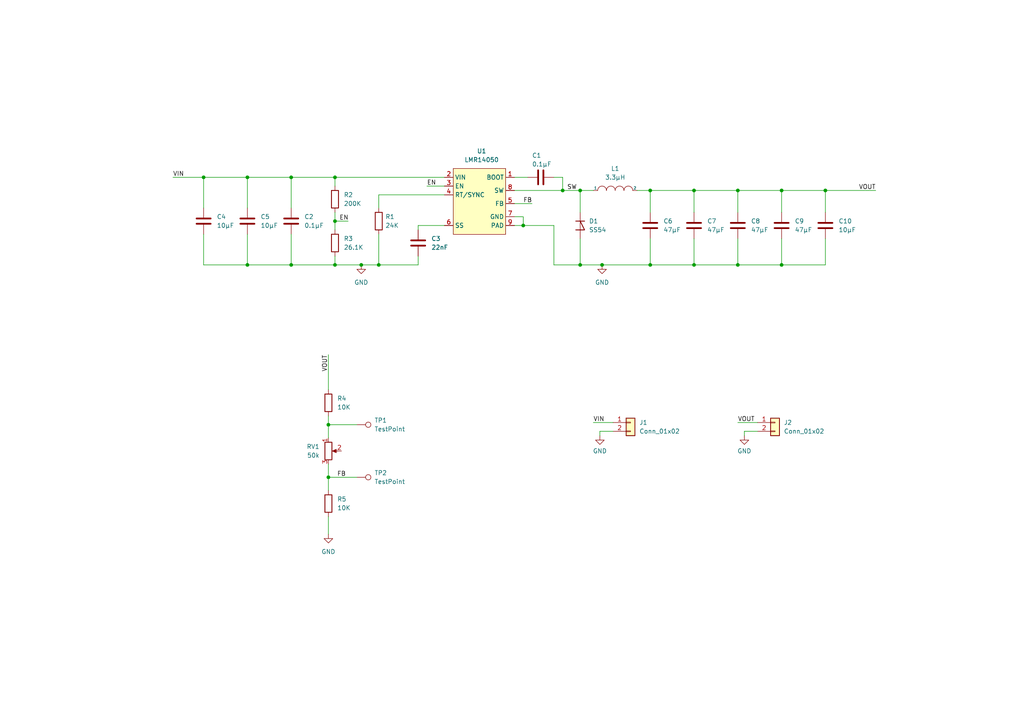
<source format=kicad_sch>
(kicad_sch (version 20230121) (generator eeschema)
  (paper "A4")
  (title_block (title "LMR14050_DCDC_Converter") (date "2023-03-13") (company "@qwerty11__"))
  (lib_symbols
    (symbol "Connector:TestPoint" (pin_numbers hide) (pin_names (offset 0.762) hide)
      (property "Reference" "TP" (at 0 6.858 0))
      (property "Value" "TestPoint" (at 0 5.08 0))
      (symbol "TestPoint_0_1"
        (circle (center 0 3.302) (radius 0.762))
      )
      (symbol "TestPoint_1_1"
        (pin passive line (at 0 0 90) (length 2.54) (name "1") (number "1"))
      )
    )
    (symbol "Connector_Generic:Conn_01x02" (pin_names (offset 1.016) hide)
      (property "Reference" "J" (at 0 2.54 0))
      (property "Value" "Conn_01x02" (at 0 -5.08 0))
      (symbol "Conn_01x02_1_1"
        (rectangle (start -1.27 -2.413) (end 0 -2.667) (stroke (width 0.1524)))
        (rectangle (start -1.27 0.127) (end 0 -0.127) (stroke (width 0.1524)))
        (rectangle (start -1.27 1.27) (end 1.27 -3.81) (stroke (width 0.254)) (fill (type background)))
        (pin passive line (at -5.08 0 0) (length 3.81) (name "Pin_1") (number "1"))
        (pin passive line (at -5.08 -2.54 0) (length 3.81) (name "Pin_2") (number "2"))
      )
    )
    (symbol "Device:C" (pin_numbers hide) (pin_names (offset 0.254))
      (property "Reference" "C" (at 0.635 2.54 0))
      (property "Value" "C" (at 0.635 -2.54 0))
      (symbol "C_0_1"
        (polyline (pts (xy -2.032 -0.762) (xy 2.032 -0.762)) (stroke (width 0.508)))
        (polyline (pts (xy -2.032 0.762) (xy 2.032 0.762)) (stroke (width 0.508)))
      )
      (symbol "C_1_1"
        (pin passive line (at 0 3.81 270) (length 2.794) (name "~") (number "1"))
        (pin passive line (at 0 -3.81 90) (length 2.794) (name "~") (number "2"))
      )
    )
    (symbol "Device:D_Shockley" (pin_numbers hide) (pin_names (offset 1.016) hide)
      (property "Reference" "D" (at 0 2.54 0))
      (property "Value" "D_Shockley" (at 0 -2.54 0))
      (symbol "D_Shockley_0_1"
        (polyline (pts (xy -1.27 0) (xy 1.27 0)))
        (polyline (pts (xy -1.27 1.27) (xy -1.27 -1.27)) (stroke (width 0.254)))
        (polyline (pts (xy -1.27 0) (xy 1.27 1.27) (xy 1.27 -1.27)) (stroke (width 0.254)))
      )
      (symbol "D_Shockley_1_1"
        (pin passive line (at -3.81 0 0) (length 2.54) (name "K") (number "1"))
        (pin passive line (at 3.81 0 180) (length 2.54) (name "A") (number "2"))
      )
    )
    (symbol "Device:R" (pin_numbers hide) (pin_names (offset 0))
      (property "Reference" "R" (at 2.032 0 90))
      (property "Value" "R" (at 0 0 90))
      (symbol "R_0_1"
        (rectangle (start -1.016 -2.54) (end 1.016 2.54) (stroke (width 0.254)))
      )
      (symbol "R_1_1"
        (pin passive line (at 0 3.81 270) (length 1.27) (name "~") (number "1"))
        (pin passive line (at 0 -3.81 90) (length 1.27) (name "~") (number "2"))
      )
    )
    (symbol "Device:R_Potentiometer" (pin_names (offset 1.016) hide)
      (property "Reference" "RV" (at -4.445 0 90))
      (property "Value" "R_Potentiometer" (at -2.54 0 90))
      (symbol "R_Potentiometer_0_1"
        (polyline (pts (xy 2.54 0) (xy 1.524 0)))
        (polyline (pts (xy 1.143 0) (xy 2.286 0.508) (xy 2.286 -0.508) (xy 1.143 0)) (fill (type outline)))
        (rectangle (start 1.016 2.54) (end -1.016 -2.54) (stroke (width 0.254)))
      )
      (symbol "R_Potentiometer_1_1"
        (pin passive line (at 0 3.81 270) (length 1.27) (name "1") (number "1"))
        (pin passive line (at 3.81 0 180) (length 1.27) (name "2") (number "2"))
        (pin passive line (at 0 -3.81 90) (length 1.27) (name "3") (number "3"))
      )
    )
    (symbol "library:LMR14050"
      (property "Reference" "U" (at 0 13.97 0))
      (property "Value" "LMR14050" (at 0 11.43 0))
      (symbol "LMR14050_0_1"
        (rectangle (start -7.62 -7.62) (end -7.62 -7.62))
        (polyline (pts (xy -6.35 10.16) (xy -6.35 10.16)))
        (polyline (pts (xy 8.89 10.16) (xy 8.89 10.16)))
        (rectangle (start 7.62 10.16) (end -7.62 -8.89) (fill (type background)))
      )
      (symbol "LMR14050_1_1"
        (pin output line (at 10.16 7.62 180) (length 2.54) (name "BOOT") (number "1"))
        (pin power_in line (at -10.16 7.62 0) (length 2.54) (name "VIN") (number "2"))
        (pin input line (at -10.16 5.08 0) (length 2.54) (name "EN") (number "3"))
        (pin input line (at -10.16 2.54 0) (length 2.54) (name "RT/SYNC") (number "4"))
        (pin input line (at 10.16 0 180) (length 2.54) (name "FB") (number "5"))
        (pin input line (at -10.16 -6.35 0) (length 2.54) (name "SS") (number "6"))
        (pin unspecified line (at 10.16 -3.81 180) (length 2.54) (name "GND") (number "7"))
        (pin power_out line (at 10.16 3.81 180) (length 2.54) (name "SW") (number "8"))
        (pin unspecified line (at 10.16 -6.35 180) (length 2.54) (name "PAD") (number "9"))
      )
    )
    (symbol "power:GND" (power) (pin_names (offset 0))
      (property "Value" "GND" (at 0 -3.81 0))
      (symbol "GND_0_1"
        (polyline (pts (xy 0 0) (xy 0 -1.27) (xy 1.27 -1.27) (xy 0 -2.54) (xy -1.27 -1.27) (xy 0 -1.27)))
      )
      (symbol "GND_1_1"
        (pin power_in line (at 0 0 270) (length 0) hide (name "GND") (number "1"))
      )
    )
    (symbol "pspice:INDUCTOR" (pin_numbers hide) (pin_names (offset 0))
      (property "Reference" "L" (at 0 2.54 0))
      (property "Value" "INDUCTOR" (at 0 -1.27 0))
      (symbol "INDUCTOR_0_1"
        (arc (start -2.54 0) (mid -3.81 1.2645) (end -5.08 0))
        (arc (start 0 0) (mid -1.27 1.2645) (end -2.54 0))
        (arc (start 2.54 0) (mid 1.27 1.2645) (end 0 0))
        (arc (start 5.08 0) (mid 3.81 1.2645) (end 2.54 0))
      )
      (symbol "INDUCTOR_1_1"
        (pin input line (at -6.35 0 0) (length 1.27) (name "1") (number "1"))
        (pin input line (at 6.35 0 180) (length 1.27) (name "2") (number "2"))
      )
    )
  )
  (junction (at 174.625 76.835))
  (junction (at 163.195 55.245))
  (junction (at 188.595 55.245))
  (junction (at 239.395 55.245))
  (junction (at 213.995 55.245))
  (junction (at 201.295 55.245))
  (junction (at 104.775 76.835))
  (junction (at 151.765 65.405))
  (junction (at 213.995 76.835))
  (junction (at 71.755 51.435))
  (junction (at 97.155 51.435))
  (junction (at 95.25 123.19))
  (junction (at 168.275 55.245))
  (junction (at 95.25 138.43))
  (junction (at 97.155 64.135))
  (junction (at 71.755 76.835))
  (junction (at 97.155 76.835))
  (junction (at 226.695 55.245))
  (junction (at 168.275 76.835))
  (junction (at 201.295 76.835))
  (junction (at 84.455 51.435))
  (junction (at 109.855 76.835))
  (junction (at 226.695 76.835))
  (junction (at 188.595 76.835))
  (junction (at 84.455 76.835))
  (junction (at 59.055 51.435))
  (wire (pts (xy 59.055 76.835) (xy 71.755 76.835)))
  (wire (pts (xy 188.595 55.245) (xy 188.595 61.595)))
  (wire (pts (xy 71.755 76.835) (xy 84.455 76.835)))
  (wire (pts (xy 97.155 64.135) (xy 100.965 64.135)))
  (wire (pts (xy 160.655 76.835) (xy 168.275 76.835)))
  (wire (pts (xy 213.995 69.215) (xy 213.995 76.835)))
  (wire (pts (xy 95.25 134.62) (xy 95.25 138.43)))
  (wire (pts (xy 128.905 65.405) (xy 121.285 65.405)))
  (wire (pts (xy 201.295 76.835) (xy 188.595 76.835)))
  (wire (pts (xy 226.695 76.835) (xy 213.995 76.835)))
  (wire (pts (xy 168.275 76.835) (xy 168.275 69.215)))
  (wire (pts (xy 97.155 64.135) (xy 97.155 66.675)))
  (wire (pts (xy 84.455 51.435) (xy 97.155 51.435)))
  (wire (pts (xy 95.25 138.43) (xy 95.25 142.24)))
  (wire (pts (xy 239.395 76.835) (xy 226.695 76.835)))
  (wire (pts (xy 109.855 60.325) (xy 109.855 56.515)))
  (wire (pts (xy 201.295 69.215) (xy 201.295 76.835)))
  (wire (pts (xy 95.25 138.43) (xy 103.505 138.43)))
  (wire (pts (xy 213.995 55.245) (xy 226.695 55.245)))
  (wire (pts (xy 97.155 51.435) (xy 128.905 51.435)))
  (wire (pts (xy 50.165 51.435) (xy 59.055 51.435)))
  (wire (pts (xy 109.855 56.515) (xy 128.905 56.515)))
  (wire (pts (xy 215.9 126.365) (xy 215.9 125.095)))
  (wire (pts (xy 121.285 65.405) (xy 121.285 66.675)))
  (wire (pts (xy 201.295 55.245) (xy 213.995 55.245)))
  (wire (pts (xy 151.765 65.405) (xy 151.765 62.865)))
  (wire (pts (xy 149.225 59.055) (xy 154.305 59.055)))
  (wire (pts (xy 173.99 126.365) (xy 173.99 125.095)))
  (wire (pts (xy 151.765 62.865) (xy 149.225 62.865)))
  (wire (pts (xy 184.785 55.245) (xy 188.595 55.245)))
  (wire (pts (xy 84.455 76.835) (xy 97.155 76.835)))
  (wire (pts (xy 104.775 76.835) (xy 109.855 76.835)))
  (wire (pts (xy 109.855 76.835) (xy 109.855 67.945)))
  (wire (pts (xy 97.155 74.295) (xy 97.155 76.835)))
  (wire (pts (xy 168.275 55.245) (xy 168.275 61.595)))
  (wire (pts (xy 97.155 51.435) (xy 97.155 53.975)))
  (wire (pts (xy 188.595 55.245) (xy 201.295 55.245)))
  (wire (pts (xy 95.25 120.65) (xy 95.25 123.19)))
  (wire (pts (xy 239.395 69.215) (xy 239.395 76.835)))
  (wire (pts (xy 95.25 123.19) (xy 95.25 127)))
  (wire (pts (xy 149.225 55.245) (xy 163.195 55.245)))
  (wire (pts (xy 201.295 55.245) (xy 201.295 61.595)))
  (wire (pts (xy 123.825 53.975) (xy 128.905 53.975)))
  (wire (pts (xy 239.395 55.245) (xy 239.395 61.595)))
  (wire (pts (xy 84.455 67.945) (xy 84.455 76.835)))
  (wire (pts (xy 59.055 51.435) (xy 71.755 51.435)))
  (wire (pts (xy 95.25 149.86) (xy 95.25 154.94)))
  (wire (pts (xy 71.755 51.435) (xy 71.755 60.325)))
  (wire (pts (xy 188.595 69.215) (xy 188.595 76.835)))
  (wire (pts (xy 226.695 69.215) (xy 226.695 76.835)))
  (wire (pts (xy 226.695 55.245) (xy 226.695 61.595)))
  (wire (pts (xy 71.755 67.945) (xy 71.755 76.835)))
  (wire (pts (xy 213.995 55.245) (xy 213.995 61.595)))
  (wire (pts (xy 84.455 51.435) (xy 84.455 60.325)))
  (wire (pts (xy 97.155 76.835) (xy 104.775 76.835)))
  (wire (pts (xy 59.055 67.945) (xy 59.055 76.835)))
  (wire (pts (xy 168.275 55.245) (xy 172.085 55.245)))
  (wire (pts (xy 213.995 122.555) (xy 219.71 122.555)))
  (wire (pts (xy 163.195 51.435) (xy 163.195 55.245)))
  (wire (pts (xy 215.9 125.095) (xy 219.71 125.095)))
  (wire (pts (xy 172.085 122.555) (xy 177.8 122.555)))
  (wire (pts (xy 213.995 76.835) (xy 201.295 76.835)))
  (wire (pts (xy 160.655 51.435) (xy 163.195 51.435)))
  (wire (pts (xy 84.455 51.435) (xy 71.755 51.435)))
  (wire (pts (xy 121.285 76.835) (xy 109.855 76.835)))
  (wire (pts (xy 174.625 76.835) (xy 168.275 76.835)))
  (wire (pts (xy 163.195 55.245) (xy 168.275 55.245)))
  (wire (pts (xy 173.99 125.095) (xy 177.8 125.095)))
  (wire (pts (xy 97.155 61.595) (xy 97.155 64.135)))
  (wire (pts (xy 149.225 51.435) (xy 153.035 51.435)))
  (wire (pts (xy 226.695 55.245) (xy 239.395 55.245)))
  (wire (pts (xy 188.595 76.835) (xy 174.625 76.835)))
  (wire (pts (xy 160.655 65.405) (xy 160.655 76.835)))
  (wire (pts (xy 151.765 65.405) (xy 160.655 65.405)))
  (wire (pts (xy 95.25 102.87) (xy 95.25 113.03)))
  (wire (pts (xy 149.225 65.405) (xy 151.765 65.405)))
  (wire (pts (xy 239.395 55.245) (xy 254 55.245)))
  (wire (pts (xy 121.285 74.295) (xy 121.285 76.835)))
  (wire (pts (xy 103.505 123.19) (xy 95.25 123.19)))
  (wire (pts (xy 59.055 51.435) (xy 59.055 60.325)))
  (label "FB" (at 100.33 138.43 180))
  (label "VIN" (at 172.085 122.555 0))
  (label "VOUT" (at 95.25 102.87 270))
  (label "VIN" (at 50.165 51.435 0))
  (label "VOUT" (at 213.995 122.555 0))
  (label "EN" (at 98.425 64.135 0))
  (label "VOUT" (at 254 55.245 180))
  (label "EN" (at 123.825 53.975 0))
  (label "FB" (at 151.765 59.055 0))
  (label "SW" (at 164.465 55.245 0))
  (symbol (lib_id "power:GND") (at 174.625 76.835 0) (unit 1)
    (property "Reference" "#PWR0101" (effects hide))
    (property "Value" "GND" (at 174.625 81.915 0))
  )
  (symbol (lib_id "Connector:TestPoint") (at 103.505 123.19 270) (unit 1)
    (property "Reference" "TP1" (at 108.585 121.92 90) (effects (justify left)))
    (property "Value" "TestPoint" (at 108.585 124.46 90) (effects (justify left)))
    (property "Footprint" "TestPoint:TestPoint_Pad_D1.5mm" (effects hide))
  )
  (symbol (lib_id "Device:C") (at 226.695 65.405 0) (unit 1)
    (property "Reference" "C9" (at 230.505 64.1349 0) (effects (justify left)))
    (property "Value" "47µF" (at 230.505 66.6749 0) (effects (justify left)))
    (property "Footprint" "Capacitor_SMD:C_1206_3216Metric" (effects hide))
  )
  (symbol (lib_id "Connector:TestPoint") (at 103.505 138.43 270) (unit 1)
    (property "Reference" "TP2" (at 108.585 137.16 90) (effects (justify left)))
    (property "Value" "TestPoint" (at 108.585 139.7 90) (effects (justify left)))
    (property "Footprint" "TestPoint:TestPoint_Pad_D1.5mm" (effects hide))
  )
  (symbol (lib_id "Device:R") (at 109.855 64.135 0) (unit 1)
    (property "Reference" "R1" (at 111.76 62.865 0) (effects (justify left)))
    (property "Value" "24K" (at 111.76 65.405 0) (effects (justify left)))
    (property "Footprint" "Resistor_SMD:R_0603_1608Metric" (effects hide))
  )
  (symbol (lib_id "Connector_Generic:Conn_01x02") (at 182.88 122.555 0) (unit 1)
    (property "Reference" "J1" (at 185.42 122.555 0) (effects (justify left)))
    (property "Value" "Conn_01x02" (at 185.42 125.095 0) (effects (justify left)))
    (property "Footprint" "Connector_JST:JST_XH_S2B-XH-A_1x02_P2.50mm_Horizontal" (effects hide))
  )
  (symbol (lib_id "Connector_Generic:Conn_01x02") (at 224.79 122.555 0) (unit 1)
    (property "Reference" "J2" (at 227.33 122.555 0) (effects (justify left)))
    (property "Value" "Conn_01x02" (at 227.33 125.095 0) (effects (justify left)))
    (property "Footprint" "Connector_JST:JST_XH_S2B-XH-A_1x02_P2.50mm_Horizontal" (effects hide))
  )
  (symbol (lib_id "power:GND") (at 104.775 76.835 0) (unit 1)
    (property "Reference" "#PWR0102" (effects hide))
    (property "Value" "GND" (at 104.775 81.915 0))
  )
  (symbol (lib_id "power:GND") (at 173.99 126.365 0) (unit 1)
    (property "Reference" "#PWR02" (effects hide))
    (property "Value" "GND" (at 173.99 130.81 0))
  )
  (symbol (lib_id "Device:C") (at 188.595 65.405 0) (unit 1)
    (property "Reference" "C6" (at 192.405 64.1349 0) (effects (justify left)))
    (property "Value" "47µF" (at 192.405 66.6749 0) (effects (justify left)))
    (property "Footprint" "Capacitor_SMD:C_1206_3216Metric" (effects hide))
  )
  (symbol (lib_id "Device:R") (at 97.155 70.485 0) (unit 1)
    (property "Reference" "R3" (at 99.695 69.2149 0) (effects (justify left)))
    (property "Value" "26.1K" (at 99.695 71.7549 0) (effects (justify left)))
    (property "Footprint" "Resistor_SMD:R_0603_1608Metric" (effects hide))
  )
  (symbol (lib_id "Device:C") (at 156.845 51.435 90) (unit 1)
    (property "Reference" "C1" (at 154.305 45.085 90) (effects (justify right)))
    (property "Value" "0.1µF" (at 154.305 47.625 90) (effects (justify right)))
    (property "Footprint" "Capacitor_SMD:C_0603_1608Metric" (effects hide))
  )
  (symbol (lib_id "Device:C") (at 71.755 64.135 0) (unit 1)
    (property "Reference" "C5" (at 75.565 62.8649 0) (effects (justify left)))
    (property "Value" "10µF" (at 75.565 65.4049 0) (effects (justify left)))
    (property "Footprint" "Capacitor_SMD:C_1210_3225Metric" (effects hide))
  )
  (symbol (lib_id "Device:C") (at 84.455 64.135 0) (unit 1)
    (property "Reference" "C2" (at 88.265 62.8649 0) (effects (justify left)))
    (property "Value" "0.1µF" (at 88.265 65.4049 0) (effects (justify left)))
    (property "Footprint" "Capacitor_SMD:C_0603_1608Metric" (effects hide))
  )
  (symbol (lib_id "power:GND") (at 95.25 154.94 0) (unit 1)
    (property "Reference" "#PWR0103" (effects hide))
    (property "Value" "GND" (at 95.25 160.02 0))
  )
  (symbol (lib_id "Device:C") (at 59.055 64.135 0) (unit 1)
    (property "Reference" "C4" (at 62.865 62.8649 0) (effects (justify left)))
    (property "Value" "10µF" (at 62.865 65.4049 0) (effects (justify left)))
    (property "Footprint" "Capacitor_SMD:C_1210_3225Metric" (effects hide))
  )
  (symbol (lib_id "Device:R") (at 97.155 57.785 0) (unit 1)
    (property "Reference" "R2" (at 99.695 56.5149 0) (effects (justify left)))
    (property "Value" "200K" (at 99.695 59.0549 0) (effects (justify left)))
    (property "Footprint" "Resistor_SMD:R_0603_1608Metric" (effects hide))
  )
  (symbol (lib_id "library:LMR14050") (at 139.065 59.055 0) (unit 1)
    (property "Reference" "U1" (at 139.7 43.815 0))
    (property "Value" "LMR14050" (at 139.7 46.355 0))
    (property "Footprint" "Package_SO:HSOP-8-1EP_3.9x4.9mm_P1.27mm_EP2.41x3.1mm" (effects hide))
    (property "Datasheet" "https://www.ti.com/jp/lit/ds/symlink/lmr14050.pdf" (effects hide))
  )
  (symbol (lib_id "power:GND") (at 215.9 126.365 0) (unit 1)
    (property "Reference" "#PWR04" (effects hide))
    (property "Value" "GND" (at 215.9 130.81 0))
  )
  (symbol (lib_id "Device:D_Shockley") (at 168.275 65.405 270) (unit 1)
    (property "Reference" "D1" (at 170.815 64.1349 90) (effects (justify left)))
    (property "Value" "SS54" (at 170.815 66.6749 90) (effects (justify left)))
    (property "Footprint" "Diode_SMD:D_SMA" (effects hide))
  )
  (symbol (lib_id "Device:C") (at 239.395 65.405 0) (unit 1)
    (property "Reference" "C10" (at 243.205 64.1349 0) (effects (justify left)))
    (property "Value" "10µF" (at 243.205 66.6749 0) (effects (justify left)))
    (property "Footprint" "Capacitor_SMD:C_0603_1608Metric" (effects hide))
  )
  (symbol (lib_id "Device:R") (at 95.25 116.84 0) (unit 1)
    (property "Reference" "R4" (at 97.79 115.57 0) (effects (justify left)))
    (property "Value" "10K" (at 97.79 118.11 0) (effects (justify left)))
    (property "Footprint" "Resistor_SMD:R_0603_1608Metric" (effects hide))
  )
  (symbol (lib_id "Device:R_Potentiometer") (at 95.25 130.81 0) (unit 1)
    (property "Reference" "RV1" (at 92.71 129.54 0) (effects (justify right)))
    (property "Value" "50k" (at 92.71 132.08 0) (effects (justify right)))
    (property "Footprint" "Library:G32A" (effects hide))
  )
  (symbol (lib_id "Device:C") (at 213.995 65.405 0) (unit 1)
    (property "Reference" "C8" (at 217.805 64.1349 0) (effects (justify left)))
    (property "Value" "47µF" (at 217.805 66.6749 0) (effects (justify left)))
    (property "Footprint" "Capacitor_SMD:C_1206_3216Metric" (effects hide))
  )
  (symbol (lib_id "Device:R") (at 95.25 146.05 0) (unit 1)
    (property "Reference" "R5" (at 97.79 144.78 0) (effects (justify left)))
    (property "Value" "10K" (at 97.79 147.32 0) (effects (justify left)))
    (property "Footprint" "Resistor_SMD:R_0603_1608Metric" (effects hide))
  )
  (symbol (lib_id "Device:C") (at 121.285 70.485 0) (unit 1)
    (property "Reference" "C3" (at 125.095 69.2149 0) (effects (justify left)))
    (property "Value" "22nF" (at 125.095 71.7549 0) (effects (justify left)))
    (property "Footprint" "Capacitor_SMD:C_0603_1608Metric" (effects hide))
  )
  (symbol (lib_id "pspice:INDUCTOR") (at 178.435 55.245 0) (unit 1)
    (property "Reference" "L1" (at 178.435 48.895 0))
    (property "Value" "3.3µH" (at 178.435 51.435 0))
    (property "Footprint" "Library:FX06x0" (effects hide))
  )
  (symbol (lib_id "Device:C") (at 201.295 65.405 0) (unit 1)
    (property "Reference" "C7" (at 205.105 64.1349 0) (effects (justify left)))
    (property "Value" "47µF" (at 205.105 66.6749 0) (effects (justify left)))
    (property "Footprint" "Capacitor_SMD:C_1206_3216Metric" (effects hide))
  )
)
</source>
